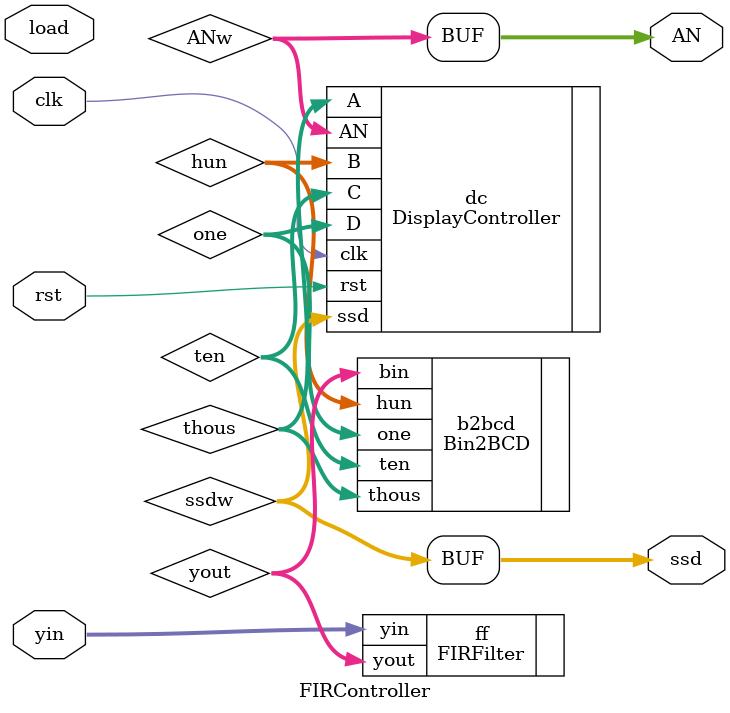
<source format=v>
`timescale 1ns / 1ps
module FIRController(
	input clk,
	input load,
	input rst,
	input [7:0] yin,
	output [6:0] ssd,
	output [3:0] AN
    );

wire [15:0] yout;

FIRFilter ff(.yin(yin), .yout(yout));

wire [3:0] one, ten, hun, thous;

Bin2BCD b2bcd(.bin(yout), .thous(thous), .hun(hun), .ten(ten), .one(one));

wire [6:0] ssdw;
wire [3:0] ANw;

DisplayController dc(.A(thous), .B(hun), .C(ten), .D(one), .clk(clk), .rst(rst), .ssd(ssdw), .AN(ANw));

assign ssd = ssdw;
assign AN = ANw;

endmodule

</source>
